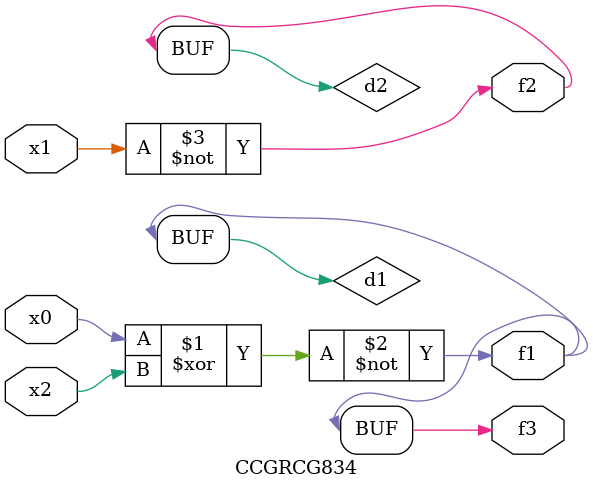
<source format=v>
module CCGRCG834(
	input x0, x1, x2,
	output f1, f2, f3
);

	wire d1, d2, d3;

	xnor (d1, x0, x2);
	nand (d2, x1);
	nor (d3, x1, x2);
	assign f1 = d1;
	assign f2 = d2;
	assign f3 = d1;
endmodule

</source>
